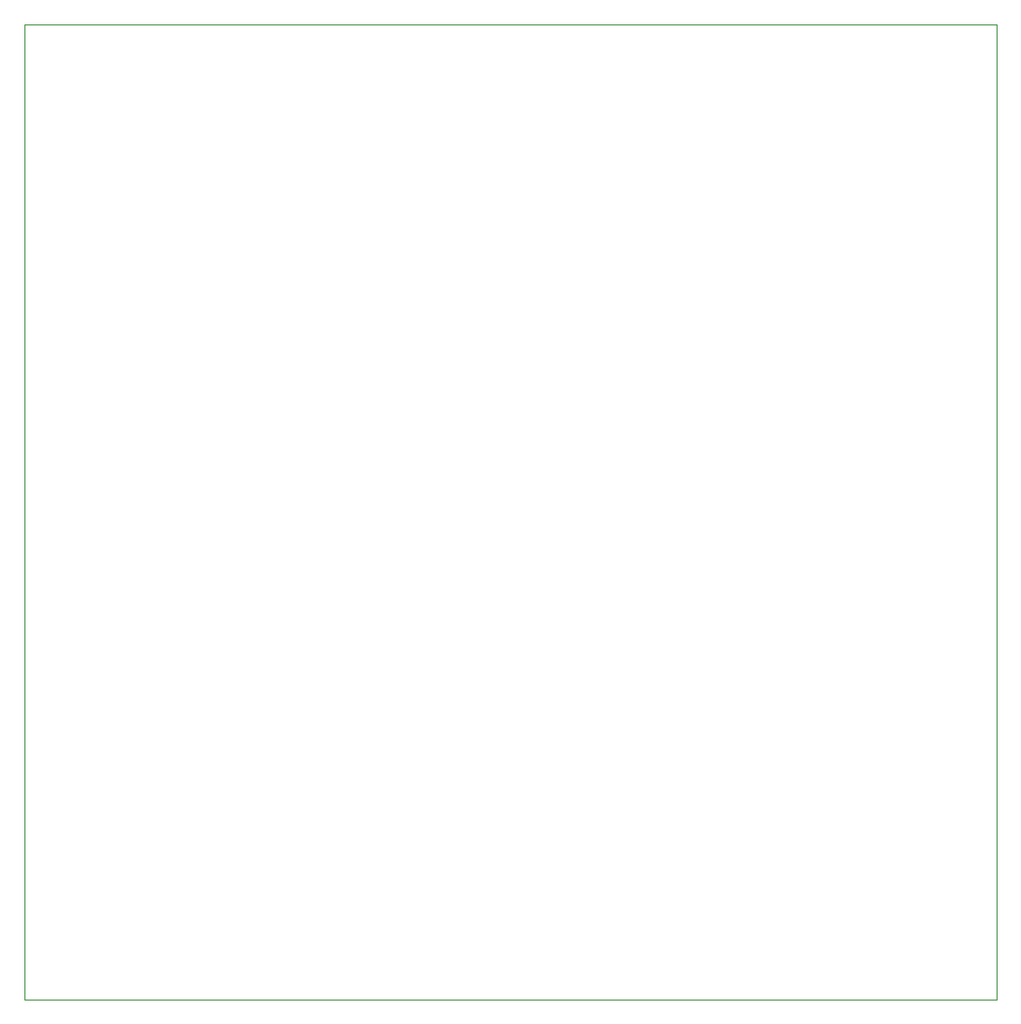
<source format=gbr>
%TF.GenerationSoftware,KiCad,Pcbnew,9.0.0*%
%TF.CreationDate,2025-03-24T09:19:30+05:30*%
%TF.ProjectId,boost_converter,626f6f73-745f-4636-9f6e-766572746572,rev?*%
%TF.SameCoordinates,Original*%
%TF.FileFunction,Profile,NP*%
%FSLAX46Y46*%
G04 Gerber Fmt 4.6, Leading zero omitted, Abs format (unit mm)*
G04 Created by KiCad (PCBNEW 9.0.0) date 2025-03-24 09:19:30*
%MOMM*%
%LPD*%
G01*
G04 APERTURE LIST*
%TA.AperFunction,Profile*%
%ADD10C,0.050000*%
%TD*%
G04 APERTURE END LIST*
D10*
X105750000Y-51250000D02*
X190000000Y-51250000D01*
X190000000Y-135750000D01*
X105750000Y-135750000D01*
X105750000Y-51250000D01*
M02*

</source>
